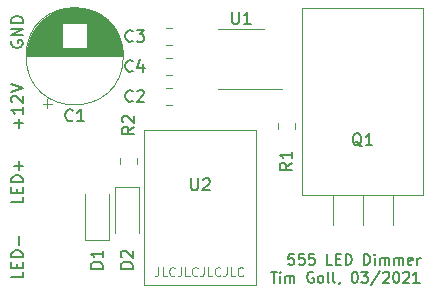
<source format=gbr>
%TF.GenerationSoftware,KiCad,Pcbnew,(5.1.6)-1*%
%TF.CreationDate,2021-04-07T17:53:43+02:00*%
%TF.ProjectId,led_dimmer,6c65645f-6469-46d6-9d65-722e6b696361,rev?*%
%TF.SameCoordinates,Original*%
%TF.FileFunction,Legend,Top*%
%TF.FilePolarity,Positive*%
%FSLAX46Y46*%
G04 Gerber Fmt 4.6, Leading zero omitted, Abs format (unit mm)*
G04 Created by KiCad (PCBNEW (5.1.6)-1) date 2021-04-07 17:53:43*
%MOMM*%
%LPD*%
G01*
G04 APERTURE LIST*
%ADD10C,0.120000*%
%ADD11C,0.150000*%
G04 APERTURE END LIST*
D10*
X66260571Y-165959285D02*
X66260571Y-166495000D01*
X66224857Y-166602142D01*
X66153428Y-166673571D01*
X66046285Y-166709285D01*
X65974857Y-166709285D01*
X66974857Y-166709285D02*
X66617714Y-166709285D01*
X66617714Y-165959285D01*
X67653428Y-166637857D02*
X67617714Y-166673571D01*
X67510571Y-166709285D01*
X67439142Y-166709285D01*
X67332000Y-166673571D01*
X67260571Y-166602142D01*
X67224857Y-166530714D01*
X67189142Y-166387857D01*
X67189142Y-166280714D01*
X67224857Y-166137857D01*
X67260571Y-166066428D01*
X67332000Y-165995000D01*
X67439142Y-165959285D01*
X67510571Y-165959285D01*
X67617714Y-165995000D01*
X67653428Y-166030714D01*
X68189142Y-165959285D02*
X68189142Y-166495000D01*
X68153428Y-166602142D01*
X68082000Y-166673571D01*
X67974857Y-166709285D01*
X67903428Y-166709285D01*
X68903428Y-166709285D02*
X68546285Y-166709285D01*
X68546285Y-165959285D01*
X69582000Y-166637857D02*
X69546285Y-166673571D01*
X69439142Y-166709285D01*
X69367714Y-166709285D01*
X69260571Y-166673571D01*
X69189142Y-166602142D01*
X69153428Y-166530714D01*
X69117714Y-166387857D01*
X69117714Y-166280714D01*
X69153428Y-166137857D01*
X69189142Y-166066428D01*
X69260571Y-165995000D01*
X69367714Y-165959285D01*
X69439142Y-165959285D01*
X69546285Y-165995000D01*
X69582000Y-166030714D01*
X70117714Y-165959285D02*
X70117714Y-166495000D01*
X70082000Y-166602142D01*
X70010571Y-166673571D01*
X69903428Y-166709285D01*
X69832000Y-166709285D01*
X70832000Y-166709285D02*
X70474857Y-166709285D01*
X70474857Y-165959285D01*
X71510571Y-166637857D02*
X71474857Y-166673571D01*
X71367714Y-166709285D01*
X71296285Y-166709285D01*
X71189142Y-166673571D01*
X71117714Y-166602142D01*
X71082000Y-166530714D01*
X71046285Y-166387857D01*
X71046285Y-166280714D01*
X71082000Y-166137857D01*
X71117714Y-166066428D01*
X71189142Y-165995000D01*
X71296285Y-165959285D01*
X71367714Y-165959285D01*
X71474857Y-165995000D01*
X71510571Y-166030714D01*
X72046285Y-165959285D02*
X72046285Y-166495000D01*
X72010571Y-166602142D01*
X71939142Y-166673571D01*
X71832000Y-166709285D01*
X71760571Y-166709285D01*
X72760571Y-166709285D02*
X72403428Y-166709285D01*
X72403428Y-165959285D01*
X73439142Y-166637857D02*
X73403428Y-166673571D01*
X73296285Y-166709285D01*
X73224857Y-166709285D01*
X73117714Y-166673571D01*
X73046285Y-166602142D01*
X73010571Y-166530714D01*
X72974857Y-166387857D01*
X72974857Y-166280714D01*
X73010571Y-166137857D01*
X73046285Y-166066428D01*
X73117714Y-165995000D01*
X73224857Y-165959285D01*
X73296285Y-165959285D01*
X73403428Y-165995000D01*
X73439142Y-166030714D01*
D11*
X77748500Y-164873142D02*
X77319928Y-164873142D01*
X77277071Y-165301714D01*
X77319928Y-165258857D01*
X77405642Y-165216000D01*
X77619928Y-165216000D01*
X77705642Y-165258857D01*
X77748500Y-165301714D01*
X77791357Y-165387428D01*
X77791357Y-165601714D01*
X77748500Y-165687428D01*
X77705642Y-165730285D01*
X77619928Y-165773142D01*
X77405642Y-165773142D01*
X77319928Y-165730285D01*
X77277071Y-165687428D01*
X78605642Y-164873142D02*
X78177071Y-164873142D01*
X78134214Y-165301714D01*
X78177071Y-165258857D01*
X78262785Y-165216000D01*
X78477071Y-165216000D01*
X78562785Y-165258857D01*
X78605642Y-165301714D01*
X78648500Y-165387428D01*
X78648500Y-165601714D01*
X78605642Y-165687428D01*
X78562785Y-165730285D01*
X78477071Y-165773142D01*
X78262785Y-165773142D01*
X78177071Y-165730285D01*
X78134214Y-165687428D01*
X79462785Y-164873142D02*
X79034214Y-164873142D01*
X78991357Y-165301714D01*
X79034214Y-165258857D01*
X79119928Y-165216000D01*
X79334214Y-165216000D01*
X79419928Y-165258857D01*
X79462785Y-165301714D01*
X79505642Y-165387428D01*
X79505642Y-165601714D01*
X79462785Y-165687428D01*
X79419928Y-165730285D01*
X79334214Y-165773142D01*
X79119928Y-165773142D01*
X79034214Y-165730285D01*
X78991357Y-165687428D01*
X81005642Y-165773142D02*
X80577071Y-165773142D01*
X80577071Y-164873142D01*
X81305642Y-165301714D02*
X81605642Y-165301714D01*
X81734214Y-165773142D02*
X81305642Y-165773142D01*
X81305642Y-164873142D01*
X81734214Y-164873142D01*
X82119928Y-165773142D02*
X82119928Y-164873142D01*
X82334214Y-164873142D01*
X82462785Y-164916000D01*
X82548500Y-165001714D01*
X82591357Y-165087428D01*
X82634214Y-165258857D01*
X82634214Y-165387428D01*
X82591357Y-165558857D01*
X82548500Y-165644571D01*
X82462785Y-165730285D01*
X82334214Y-165773142D01*
X82119928Y-165773142D01*
X83705642Y-165773142D02*
X83705642Y-164873142D01*
X83919928Y-164873142D01*
X84048500Y-164916000D01*
X84134214Y-165001714D01*
X84177071Y-165087428D01*
X84219928Y-165258857D01*
X84219928Y-165387428D01*
X84177071Y-165558857D01*
X84134214Y-165644571D01*
X84048500Y-165730285D01*
X83919928Y-165773142D01*
X83705642Y-165773142D01*
X84605642Y-165773142D02*
X84605642Y-165173142D01*
X84605642Y-164873142D02*
X84562785Y-164916000D01*
X84605642Y-164958857D01*
X84648500Y-164916000D01*
X84605642Y-164873142D01*
X84605642Y-164958857D01*
X85034214Y-165773142D02*
X85034214Y-165173142D01*
X85034214Y-165258857D02*
X85077071Y-165216000D01*
X85162785Y-165173142D01*
X85291357Y-165173142D01*
X85377071Y-165216000D01*
X85419928Y-165301714D01*
X85419928Y-165773142D01*
X85419928Y-165301714D02*
X85462785Y-165216000D01*
X85548500Y-165173142D01*
X85677071Y-165173142D01*
X85762785Y-165216000D01*
X85805642Y-165301714D01*
X85805642Y-165773142D01*
X86234214Y-165773142D02*
X86234214Y-165173142D01*
X86234214Y-165258857D02*
X86277071Y-165216000D01*
X86362785Y-165173142D01*
X86491357Y-165173142D01*
X86577071Y-165216000D01*
X86619928Y-165301714D01*
X86619928Y-165773142D01*
X86619928Y-165301714D02*
X86662785Y-165216000D01*
X86748500Y-165173142D01*
X86877071Y-165173142D01*
X86962785Y-165216000D01*
X87005642Y-165301714D01*
X87005642Y-165773142D01*
X87777071Y-165730285D02*
X87691357Y-165773142D01*
X87519928Y-165773142D01*
X87434214Y-165730285D01*
X87391357Y-165644571D01*
X87391357Y-165301714D01*
X87434214Y-165216000D01*
X87519928Y-165173142D01*
X87691357Y-165173142D01*
X87777071Y-165216000D01*
X87819928Y-165301714D01*
X87819928Y-165387428D01*
X87391357Y-165473142D01*
X88205642Y-165773142D02*
X88205642Y-165173142D01*
X88205642Y-165344571D02*
X88248500Y-165258857D01*
X88291357Y-165216000D01*
X88377071Y-165173142D01*
X88462785Y-165173142D01*
X75777071Y-166373142D02*
X76291357Y-166373142D01*
X76034214Y-167273142D02*
X76034214Y-166373142D01*
X76591357Y-167273142D02*
X76591357Y-166673142D01*
X76591357Y-166373142D02*
X76548500Y-166416000D01*
X76591357Y-166458857D01*
X76634214Y-166416000D01*
X76591357Y-166373142D01*
X76591357Y-166458857D01*
X77019928Y-167273142D02*
X77019928Y-166673142D01*
X77019928Y-166758857D02*
X77062785Y-166716000D01*
X77148500Y-166673142D01*
X77277071Y-166673142D01*
X77362785Y-166716000D01*
X77405642Y-166801714D01*
X77405642Y-167273142D01*
X77405642Y-166801714D02*
X77448500Y-166716000D01*
X77534214Y-166673142D01*
X77662785Y-166673142D01*
X77748500Y-166716000D01*
X77791357Y-166801714D01*
X77791357Y-167273142D01*
X79377071Y-166416000D02*
X79291357Y-166373142D01*
X79162785Y-166373142D01*
X79034214Y-166416000D01*
X78948500Y-166501714D01*
X78905642Y-166587428D01*
X78862785Y-166758857D01*
X78862785Y-166887428D01*
X78905642Y-167058857D01*
X78948500Y-167144571D01*
X79034214Y-167230285D01*
X79162785Y-167273142D01*
X79248500Y-167273142D01*
X79377071Y-167230285D01*
X79419928Y-167187428D01*
X79419928Y-166887428D01*
X79248500Y-166887428D01*
X79934214Y-167273142D02*
X79848500Y-167230285D01*
X79805642Y-167187428D01*
X79762785Y-167101714D01*
X79762785Y-166844571D01*
X79805642Y-166758857D01*
X79848500Y-166716000D01*
X79934214Y-166673142D01*
X80062785Y-166673142D01*
X80148500Y-166716000D01*
X80191357Y-166758857D01*
X80234214Y-166844571D01*
X80234214Y-167101714D01*
X80191357Y-167187428D01*
X80148500Y-167230285D01*
X80062785Y-167273142D01*
X79934214Y-167273142D01*
X80748500Y-167273142D02*
X80662785Y-167230285D01*
X80619928Y-167144571D01*
X80619928Y-166373142D01*
X81219928Y-167273142D02*
X81134214Y-167230285D01*
X81091357Y-167144571D01*
X81091357Y-166373142D01*
X81605642Y-167230285D02*
X81605642Y-167273142D01*
X81562785Y-167358857D01*
X81519928Y-167401714D01*
X82848500Y-166373142D02*
X82934214Y-166373142D01*
X83019928Y-166416000D01*
X83062785Y-166458857D01*
X83105642Y-166544571D01*
X83148500Y-166716000D01*
X83148500Y-166930285D01*
X83105642Y-167101714D01*
X83062785Y-167187428D01*
X83019928Y-167230285D01*
X82934214Y-167273142D01*
X82848500Y-167273142D01*
X82762785Y-167230285D01*
X82719928Y-167187428D01*
X82677071Y-167101714D01*
X82634214Y-166930285D01*
X82634214Y-166716000D01*
X82677071Y-166544571D01*
X82719928Y-166458857D01*
X82762785Y-166416000D01*
X82848500Y-166373142D01*
X83448500Y-166373142D02*
X84005642Y-166373142D01*
X83705642Y-166716000D01*
X83834214Y-166716000D01*
X83919928Y-166758857D01*
X83962785Y-166801714D01*
X84005642Y-166887428D01*
X84005642Y-167101714D01*
X83962785Y-167187428D01*
X83919928Y-167230285D01*
X83834214Y-167273142D01*
X83577071Y-167273142D01*
X83491357Y-167230285D01*
X83448500Y-167187428D01*
X85034214Y-166330285D02*
X84262785Y-167487428D01*
X85291357Y-166458857D02*
X85334214Y-166416000D01*
X85419928Y-166373142D01*
X85634214Y-166373142D01*
X85719928Y-166416000D01*
X85762785Y-166458857D01*
X85805642Y-166544571D01*
X85805642Y-166630285D01*
X85762785Y-166758857D01*
X85248500Y-167273142D01*
X85805642Y-167273142D01*
X86362785Y-166373142D02*
X86448500Y-166373142D01*
X86534214Y-166416000D01*
X86577071Y-166458857D01*
X86619928Y-166544571D01*
X86662785Y-166716000D01*
X86662785Y-166930285D01*
X86619928Y-167101714D01*
X86577071Y-167187428D01*
X86534214Y-167230285D01*
X86448500Y-167273142D01*
X86362785Y-167273142D01*
X86277071Y-167230285D01*
X86234214Y-167187428D01*
X86191357Y-167101714D01*
X86148500Y-166930285D01*
X86148500Y-166716000D01*
X86191357Y-166544571D01*
X86234214Y-166458857D01*
X86277071Y-166416000D01*
X86362785Y-166373142D01*
X87005642Y-166458857D02*
X87048500Y-166416000D01*
X87134214Y-166373142D01*
X87348500Y-166373142D01*
X87434214Y-166416000D01*
X87477071Y-166458857D01*
X87519928Y-166544571D01*
X87519928Y-166630285D01*
X87477071Y-166758857D01*
X86962785Y-167273142D01*
X87519928Y-167273142D01*
X88377071Y-167273142D02*
X87862785Y-167273142D01*
X88119928Y-167273142D02*
X88119928Y-166373142D01*
X88034214Y-166501714D01*
X87948500Y-166587428D01*
X87862785Y-166630285D01*
D10*
%TO.C,U1*%
X73279000Y-145776000D02*
X71329000Y-145776000D01*
X73279000Y-145776000D02*
X75229000Y-145776000D01*
X73279000Y-150896000D02*
X71329000Y-150896000D01*
X73279000Y-150896000D02*
X76729000Y-150896000D01*
%TO.C,C1*%
X63302000Y-148110000D02*
G75*
G03*
X63302000Y-148110000I-4120000J0D01*
G01*
X55102000Y-148110000D02*
X63262000Y-148110000D01*
X55102000Y-148070000D02*
X63262000Y-148070000D01*
X55102000Y-148030000D02*
X63262000Y-148030000D01*
X55103000Y-147990000D02*
X63261000Y-147990000D01*
X55105000Y-147950000D02*
X63259000Y-147950000D01*
X55106000Y-147910000D02*
X63258000Y-147910000D01*
X55108000Y-147870000D02*
X63256000Y-147870000D01*
X55111000Y-147830000D02*
X63253000Y-147830000D01*
X55114000Y-147790000D02*
X63250000Y-147790000D01*
X55117000Y-147750000D02*
X63247000Y-147750000D01*
X55121000Y-147710000D02*
X63243000Y-147710000D01*
X55125000Y-147670000D02*
X63239000Y-147670000D01*
X55130000Y-147630000D02*
X63234000Y-147630000D01*
X55134000Y-147590000D02*
X63230000Y-147590000D01*
X55140000Y-147550000D02*
X63224000Y-147550000D01*
X55145000Y-147510000D02*
X63219000Y-147510000D01*
X55152000Y-147470000D02*
X63212000Y-147470000D01*
X55158000Y-147430000D02*
X63206000Y-147430000D01*
X55165000Y-147389000D02*
X58142000Y-147389000D01*
X60222000Y-147389000D02*
X63199000Y-147389000D01*
X55172000Y-147349000D02*
X58142000Y-147349000D01*
X60222000Y-147349000D02*
X63192000Y-147349000D01*
X55180000Y-147309000D02*
X58142000Y-147309000D01*
X60222000Y-147309000D02*
X63184000Y-147309000D01*
X55188000Y-147269000D02*
X58142000Y-147269000D01*
X60222000Y-147269000D02*
X63176000Y-147269000D01*
X55197000Y-147229000D02*
X58142000Y-147229000D01*
X60222000Y-147229000D02*
X63167000Y-147229000D01*
X55206000Y-147189000D02*
X58142000Y-147189000D01*
X60222000Y-147189000D02*
X63158000Y-147189000D01*
X55215000Y-147149000D02*
X58142000Y-147149000D01*
X60222000Y-147149000D02*
X63149000Y-147149000D01*
X55225000Y-147109000D02*
X58142000Y-147109000D01*
X60222000Y-147109000D02*
X63139000Y-147109000D01*
X55235000Y-147069000D02*
X58142000Y-147069000D01*
X60222000Y-147069000D02*
X63129000Y-147069000D01*
X55246000Y-147029000D02*
X58142000Y-147029000D01*
X60222000Y-147029000D02*
X63118000Y-147029000D01*
X55257000Y-146989000D02*
X58142000Y-146989000D01*
X60222000Y-146989000D02*
X63107000Y-146989000D01*
X55268000Y-146949000D02*
X58142000Y-146949000D01*
X60222000Y-146949000D02*
X63096000Y-146949000D01*
X55280000Y-146909000D02*
X58142000Y-146909000D01*
X60222000Y-146909000D02*
X63084000Y-146909000D01*
X55293000Y-146869000D02*
X58142000Y-146869000D01*
X60222000Y-146869000D02*
X63071000Y-146869000D01*
X55305000Y-146829000D02*
X58142000Y-146829000D01*
X60222000Y-146829000D02*
X63059000Y-146829000D01*
X55319000Y-146789000D02*
X58142000Y-146789000D01*
X60222000Y-146789000D02*
X63045000Y-146789000D01*
X55332000Y-146749000D02*
X58142000Y-146749000D01*
X60222000Y-146749000D02*
X63032000Y-146749000D01*
X55347000Y-146709000D02*
X58142000Y-146709000D01*
X60222000Y-146709000D02*
X63017000Y-146709000D01*
X55361000Y-146669000D02*
X58142000Y-146669000D01*
X60222000Y-146669000D02*
X63003000Y-146669000D01*
X55377000Y-146629000D02*
X58142000Y-146629000D01*
X60222000Y-146629000D02*
X62987000Y-146629000D01*
X55392000Y-146589000D02*
X58142000Y-146589000D01*
X60222000Y-146589000D02*
X62972000Y-146589000D01*
X55408000Y-146549000D02*
X58142000Y-146549000D01*
X60222000Y-146549000D02*
X62956000Y-146549000D01*
X55425000Y-146509000D02*
X58142000Y-146509000D01*
X60222000Y-146509000D02*
X62939000Y-146509000D01*
X55442000Y-146469000D02*
X58142000Y-146469000D01*
X60222000Y-146469000D02*
X62922000Y-146469000D01*
X55460000Y-146429000D02*
X58142000Y-146429000D01*
X60222000Y-146429000D02*
X62904000Y-146429000D01*
X55478000Y-146389000D02*
X58142000Y-146389000D01*
X60222000Y-146389000D02*
X62886000Y-146389000D01*
X55496000Y-146349000D02*
X58142000Y-146349000D01*
X60222000Y-146349000D02*
X62868000Y-146349000D01*
X55516000Y-146309000D02*
X58142000Y-146309000D01*
X60222000Y-146309000D02*
X62848000Y-146309000D01*
X55535000Y-146269000D02*
X58142000Y-146269000D01*
X60222000Y-146269000D02*
X62829000Y-146269000D01*
X55555000Y-146229000D02*
X58142000Y-146229000D01*
X60222000Y-146229000D02*
X62809000Y-146229000D01*
X55576000Y-146189000D02*
X58142000Y-146189000D01*
X60222000Y-146189000D02*
X62788000Y-146189000D01*
X55598000Y-146149000D02*
X58142000Y-146149000D01*
X60222000Y-146149000D02*
X62766000Y-146149000D01*
X55620000Y-146109000D02*
X58142000Y-146109000D01*
X60222000Y-146109000D02*
X62744000Y-146109000D01*
X55642000Y-146069000D02*
X58142000Y-146069000D01*
X60222000Y-146069000D02*
X62722000Y-146069000D01*
X55665000Y-146029000D02*
X58142000Y-146029000D01*
X60222000Y-146029000D02*
X62699000Y-146029000D01*
X55689000Y-145989000D02*
X58142000Y-145989000D01*
X60222000Y-145989000D02*
X62675000Y-145989000D01*
X55713000Y-145949000D02*
X58142000Y-145949000D01*
X60222000Y-145949000D02*
X62651000Y-145949000D01*
X55738000Y-145909000D02*
X58142000Y-145909000D01*
X60222000Y-145909000D02*
X62626000Y-145909000D01*
X55764000Y-145869000D02*
X58142000Y-145869000D01*
X60222000Y-145869000D02*
X62600000Y-145869000D01*
X55790000Y-145829000D02*
X58142000Y-145829000D01*
X60222000Y-145829000D02*
X62574000Y-145829000D01*
X55817000Y-145789000D02*
X58142000Y-145789000D01*
X60222000Y-145789000D02*
X62547000Y-145789000D01*
X55844000Y-145749000D02*
X58142000Y-145749000D01*
X60222000Y-145749000D02*
X62520000Y-145749000D01*
X55873000Y-145709000D02*
X58142000Y-145709000D01*
X60222000Y-145709000D02*
X62491000Y-145709000D01*
X55902000Y-145669000D02*
X58142000Y-145669000D01*
X60222000Y-145669000D02*
X62462000Y-145669000D01*
X55932000Y-145629000D02*
X58142000Y-145629000D01*
X60222000Y-145629000D02*
X62432000Y-145629000D01*
X55962000Y-145589000D02*
X58142000Y-145589000D01*
X60222000Y-145589000D02*
X62402000Y-145589000D01*
X55993000Y-145549000D02*
X58142000Y-145549000D01*
X60222000Y-145549000D02*
X62371000Y-145549000D01*
X56026000Y-145509000D02*
X58142000Y-145509000D01*
X60222000Y-145509000D02*
X62338000Y-145509000D01*
X56058000Y-145469000D02*
X58142000Y-145469000D01*
X60222000Y-145469000D02*
X62306000Y-145469000D01*
X56092000Y-145429000D02*
X58142000Y-145429000D01*
X60222000Y-145429000D02*
X62272000Y-145429000D01*
X56127000Y-145389000D02*
X58142000Y-145389000D01*
X60222000Y-145389000D02*
X62237000Y-145389000D01*
X56163000Y-145349000D02*
X58142000Y-145349000D01*
X60222000Y-145349000D02*
X62201000Y-145349000D01*
X56199000Y-145309000D02*
X62165000Y-145309000D01*
X56237000Y-145269000D02*
X62127000Y-145269000D01*
X56275000Y-145229000D02*
X62089000Y-145229000D01*
X56315000Y-145189000D02*
X62049000Y-145189000D01*
X56356000Y-145149000D02*
X62008000Y-145149000D01*
X56398000Y-145109000D02*
X61966000Y-145109000D01*
X56441000Y-145069000D02*
X61923000Y-145069000D01*
X56485000Y-145029000D02*
X61879000Y-145029000D01*
X56531000Y-144989000D02*
X61833000Y-144989000D01*
X56578000Y-144949000D02*
X61786000Y-144949000D01*
X56626000Y-144909000D02*
X61738000Y-144909000D01*
X56677000Y-144869000D02*
X61687000Y-144869000D01*
X56728000Y-144829000D02*
X61636000Y-144829000D01*
X56782000Y-144789000D02*
X61582000Y-144789000D01*
X56837000Y-144749000D02*
X61527000Y-144749000D01*
X56895000Y-144709000D02*
X61469000Y-144709000D01*
X56954000Y-144669000D02*
X61410000Y-144669000D01*
X57016000Y-144629000D02*
X61348000Y-144629000D01*
X57080000Y-144589000D02*
X61284000Y-144589000D01*
X57148000Y-144549000D02*
X61216000Y-144549000D01*
X57218000Y-144509000D02*
X61146000Y-144509000D01*
X57292000Y-144469000D02*
X61072000Y-144469000D01*
X57369000Y-144429000D02*
X60995000Y-144429000D01*
X57451000Y-144389000D02*
X60913000Y-144389000D01*
X57537000Y-144349000D02*
X60827000Y-144349000D01*
X57630000Y-144309000D02*
X60734000Y-144309000D01*
X57729000Y-144269000D02*
X60635000Y-144269000D01*
X57836000Y-144229000D02*
X60528000Y-144229000D01*
X57953000Y-144189000D02*
X60411000Y-144189000D01*
X58084000Y-144149000D02*
X60280000Y-144149000D01*
X58234000Y-144109000D02*
X60130000Y-144109000D01*
X58414000Y-144069000D02*
X59950000Y-144069000D01*
X58649000Y-144029000D02*
X59715000Y-144029000D01*
X56867000Y-152519698D02*
X56867000Y-151719698D01*
X56467000Y-152119698D02*
X57267000Y-152119698D01*
%TO.C,C2*%
X67453252Y-152221000D02*
X66930748Y-152221000D01*
X67453252Y-150801000D02*
X66930748Y-150801000D01*
%TO.C,C3*%
X67453252Y-145721000D02*
X66930748Y-145721000D01*
X67453252Y-147141000D02*
X66930748Y-147141000D01*
%TO.C,C4*%
X67453252Y-149681000D02*
X66930748Y-149681000D01*
X67453252Y-148261000D02*
X66930748Y-148261000D01*
%TO.C,D1*%
X60087000Y-163668000D02*
X60087000Y-159768000D01*
X62087000Y-163668000D02*
X62087000Y-159768000D01*
X60087000Y-163668000D02*
X62087000Y-163668000D01*
%TO.C,D2*%
X64627000Y-159168000D02*
X62627000Y-159168000D01*
X62627000Y-159168000D02*
X62627000Y-163068000D01*
X64627000Y-159168000D02*
X64627000Y-163068000D01*
%TO.C,Q1*%
X78446000Y-159886000D02*
X88686000Y-159886000D01*
X78446000Y-143996000D02*
X88686000Y-143996000D01*
X78446000Y-143996000D02*
X78446000Y-159886000D01*
X88686000Y-143996000D02*
X88686000Y-159886000D01*
X81026000Y-159886000D02*
X81026000Y-162426000D01*
X83566000Y-159886000D02*
X83566000Y-162426000D01*
X86106000Y-159886000D02*
X86106000Y-162426000D01*
%TO.C,R1*%
X77799000Y-154303252D02*
X77799000Y-153780748D01*
X76379000Y-154303252D02*
X76379000Y-153780748D01*
%TO.C,R2*%
X64464000Y-156701748D02*
X64464000Y-157224252D01*
X63044000Y-156701748D02*
X63044000Y-157224252D01*
%TO.C,U2*%
X74560000Y-154360000D02*
X65060000Y-154360000D01*
X65060000Y-154360000D02*
X65060000Y-167460000D01*
X65060000Y-167460000D02*
X74560000Y-167460000D01*
X74560000Y-167460000D02*
X74560000Y-154360000D01*
%TO.C,U1*%
D11*
X72517095Y-144359380D02*
X72517095Y-145168904D01*
X72564714Y-145264142D01*
X72612333Y-145311761D01*
X72707571Y-145359380D01*
X72898047Y-145359380D01*
X72993285Y-145311761D01*
X73040904Y-145264142D01*
X73088523Y-145168904D01*
X73088523Y-144359380D01*
X74088523Y-145359380D02*
X73517095Y-145359380D01*
X73802809Y-145359380D02*
X73802809Y-144359380D01*
X73707571Y-144502238D01*
X73612333Y-144597476D01*
X73517095Y-144645095D01*
%TO.C,C1*%
X59015333Y-153519142D02*
X58967714Y-153566761D01*
X58824857Y-153614380D01*
X58729619Y-153614380D01*
X58586761Y-153566761D01*
X58491523Y-153471523D01*
X58443904Y-153376285D01*
X58396285Y-153185809D01*
X58396285Y-153042952D01*
X58443904Y-152852476D01*
X58491523Y-152757238D01*
X58586761Y-152662000D01*
X58729619Y-152614380D01*
X58824857Y-152614380D01*
X58967714Y-152662000D01*
X59015333Y-152709619D01*
X59967714Y-153614380D02*
X59396285Y-153614380D01*
X59682000Y-153614380D02*
X59682000Y-152614380D01*
X59586761Y-152757238D01*
X59491523Y-152852476D01*
X59396285Y-152900095D01*
%TO.C,C2*%
X64095333Y-151868142D02*
X64047714Y-151915761D01*
X63904857Y-151963380D01*
X63809619Y-151963380D01*
X63666761Y-151915761D01*
X63571523Y-151820523D01*
X63523904Y-151725285D01*
X63476285Y-151534809D01*
X63476285Y-151391952D01*
X63523904Y-151201476D01*
X63571523Y-151106238D01*
X63666761Y-151011000D01*
X63809619Y-150963380D01*
X63904857Y-150963380D01*
X64047714Y-151011000D01*
X64095333Y-151058619D01*
X64476285Y-151058619D02*
X64523904Y-151011000D01*
X64619142Y-150963380D01*
X64857238Y-150963380D01*
X64952476Y-151011000D01*
X65000095Y-151058619D01*
X65047714Y-151153857D01*
X65047714Y-151249095D01*
X65000095Y-151391952D01*
X64428666Y-151963380D01*
X65047714Y-151963380D01*
%TO.C,C3*%
X64095333Y-146788142D02*
X64047714Y-146835761D01*
X63904857Y-146883380D01*
X63809619Y-146883380D01*
X63666761Y-146835761D01*
X63571523Y-146740523D01*
X63523904Y-146645285D01*
X63476285Y-146454809D01*
X63476285Y-146311952D01*
X63523904Y-146121476D01*
X63571523Y-146026238D01*
X63666761Y-145931000D01*
X63809619Y-145883380D01*
X63904857Y-145883380D01*
X64047714Y-145931000D01*
X64095333Y-145978619D01*
X64428666Y-145883380D02*
X65047714Y-145883380D01*
X64714380Y-146264333D01*
X64857238Y-146264333D01*
X64952476Y-146311952D01*
X65000095Y-146359571D01*
X65047714Y-146454809D01*
X65047714Y-146692904D01*
X65000095Y-146788142D01*
X64952476Y-146835761D01*
X64857238Y-146883380D01*
X64571523Y-146883380D01*
X64476285Y-146835761D01*
X64428666Y-146788142D01*
%TO.C,C4*%
X64095333Y-149328142D02*
X64047714Y-149375761D01*
X63904857Y-149423380D01*
X63809619Y-149423380D01*
X63666761Y-149375761D01*
X63571523Y-149280523D01*
X63523904Y-149185285D01*
X63476285Y-148994809D01*
X63476285Y-148851952D01*
X63523904Y-148661476D01*
X63571523Y-148566238D01*
X63666761Y-148471000D01*
X63809619Y-148423380D01*
X63904857Y-148423380D01*
X64047714Y-148471000D01*
X64095333Y-148518619D01*
X64952476Y-148756714D02*
X64952476Y-149423380D01*
X64714380Y-148375761D02*
X64476285Y-149090047D01*
X65095333Y-149090047D01*
%TO.C,D1*%
X61539380Y-166092095D02*
X60539380Y-166092095D01*
X60539380Y-165854000D01*
X60587000Y-165711142D01*
X60682238Y-165615904D01*
X60777476Y-165568285D01*
X60967952Y-165520666D01*
X61110809Y-165520666D01*
X61301285Y-165568285D01*
X61396523Y-165615904D01*
X61491761Y-165711142D01*
X61539380Y-165854000D01*
X61539380Y-166092095D01*
X61539380Y-164568285D02*
X61539380Y-165139714D01*
X61539380Y-164854000D02*
X60539380Y-164854000D01*
X60682238Y-164949238D01*
X60777476Y-165044476D01*
X60825095Y-165139714D01*
%TO.C,D2*%
X64079380Y-166092095D02*
X63079380Y-166092095D01*
X63079380Y-165854000D01*
X63127000Y-165711142D01*
X63222238Y-165615904D01*
X63317476Y-165568285D01*
X63507952Y-165520666D01*
X63650809Y-165520666D01*
X63841285Y-165568285D01*
X63936523Y-165615904D01*
X64031761Y-165711142D01*
X64079380Y-165854000D01*
X64079380Y-166092095D01*
X63174619Y-165139714D02*
X63127000Y-165092095D01*
X63079380Y-164996857D01*
X63079380Y-164758761D01*
X63127000Y-164663523D01*
X63174619Y-164615904D01*
X63269857Y-164568285D01*
X63365095Y-164568285D01*
X63507952Y-164615904D01*
X64079380Y-165187333D01*
X64079380Y-164568285D01*
%TO.C,+12V*%
X54427428Y-154161904D02*
X54427428Y-153400000D01*
X54808380Y-153780952D02*
X54046476Y-153780952D01*
X54808380Y-152400000D02*
X54808380Y-152971428D01*
X54808380Y-152685714D02*
X53808380Y-152685714D01*
X53951238Y-152780952D01*
X54046476Y-152876190D01*
X54094095Y-152971428D01*
X53903619Y-152019047D02*
X53856000Y-151971428D01*
X53808380Y-151876190D01*
X53808380Y-151638095D01*
X53856000Y-151542857D01*
X53903619Y-151495238D01*
X53998857Y-151447619D01*
X54094095Y-151447619D01*
X54236952Y-151495238D01*
X54808380Y-152066666D01*
X54808380Y-151447619D01*
X53808380Y-151161904D02*
X54808380Y-150828571D01*
X53808380Y-150495238D01*
%TO.C,GND*%
X53856000Y-146811904D02*
X53808380Y-146907142D01*
X53808380Y-147050000D01*
X53856000Y-147192857D01*
X53951238Y-147288095D01*
X54046476Y-147335714D01*
X54236952Y-147383333D01*
X54379809Y-147383333D01*
X54570285Y-147335714D01*
X54665523Y-147288095D01*
X54760761Y-147192857D01*
X54808380Y-147050000D01*
X54808380Y-146954761D01*
X54760761Y-146811904D01*
X54713142Y-146764285D01*
X54379809Y-146764285D01*
X54379809Y-146954761D01*
X54808380Y-146335714D02*
X53808380Y-146335714D01*
X54808380Y-145764285D01*
X53808380Y-145764285D01*
X54808380Y-145288095D02*
X53808380Y-145288095D01*
X53808380Y-145050000D01*
X53856000Y-144907142D01*
X53951238Y-144811904D01*
X54046476Y-144764285D01*
X54236952Y-144716666D01*
X54379809Y-144716666D01*
X54570285Y-144764285D01*
X54665523Y-144811904D01*
X54760761Y-144907142D01*
X54808380Y-145050000D01*
X54808380Y-145288095D01*
%TO.C,LED+*%
X54808380Y-160011904D02*
X54808380Y-160488095D01*
X53808380Y-160488095D01*
X54284571Y-159678571D02*
X54284571Y-159345238D01*
X54808380Y-159202380D02*
X54808380Y-159678571D01*
X53808380Y-159678571D01*
X53808380Y-159202380D01*
X54808380Y-158773809D02*
X53808380Y-158773809D01*
X53808380Y-158535714D01*
X53856000Y-158392857D01*
X53951238Y-158297619D01*
X54046476Y-158250000D01*
X54236952Y-158202380D01*
X54379809Y-158202380D01*
X54570285Y-158250000D01*
X54665523Y-158297619D01*
X54760761Y-158392857D01*
X54808380Y-158535714D01*
X54808380Y-158773809D01*
X54427428Y-157773809D02*
X54427428Y-157011904D01*
X54808380Y-157392857D02*
X54046476Y-157392857D01*
%TO.C,LED-*%
X54808380Y-166361904D02*
X54808380Y-166838095D01*
X53808380Y-166838095D01*
X54284571Y-166028571D02*
X54284571Y-165695238D01*
X54808380Y-165552380D02*
X54808380Y-166028571D01*
X53808380Y-166028571D01*
X53808380Y-165552380D01*
X54808380Y-165123809D02*
X53808380Y-165123809D01*
X53808380Y-164885714D01*
X53856000Y-164742857D01*
X53951238Y-164647619D01*
X54046476Y-164600000D01*
X54236952Y-164552380D01*
X54379809Y-164552380D01*
X54570285Y-164600000D01*
X54665523Y-164647619D01*
X54760761Y-164742857D01*
X54808380Y-164885714D01*
X54808380Y-165123809D01*
X54427428Y-164123809D02*
X54427428Y-163361904D01*
%TO.C,Q1*%
X83470761Y-155741619D02*
X83375523Y-155694000D01*
X83280285Y-155598761D01*
X83137428Y-155455904D01*
X83042190Y-155408285D01*
X82946952Y-155408285D01*
X82994571Y-155646380D02*
X82899333Y-155598761D01*
X82804095Y-155503523D01*
X82756476Y-155313047D01*
X82756476Y-154979714D01*
X82804095Y-154789238D01*
X82899333Y-154694000D01*
X82994571Y-154646380D01*
X83185047Y-154646380D01*
X83280285Y-154694000D01*
X83375523Y-154789238D01*
X83423142Y-154979714D01*
X83423142Y-155313047D01*
X83375523Y-155503523D01*
X83280285Y-155598761D01*
X83185047Y-155646380D01*
X82994571Y-155646380D01*
X84375523Y-155646380D02*
X83804095Y-155646380D01*
X84089809Y-155646380D02*
X84089809Y-154646380D01*
X83994571Y-154789238D01*
X83899333Y-154884476D01*
X83804095Y-154932095D01*
%TO.C,R1*%
X77541380Y-157138666D02*
X77065190Y-157472000D01*
X77541380Y-157710095D02*
X76541380Y-157710095D01*
X76541380Y-157329142D01*
X76589000Y-157233904D01*
X76636619Y-157186285D01*
X76731857Y-157138666D01*
X76874714Y-157138666D01*
X76969952Y-157186285D01*
X77017571Y-157233904D01*
X77065190Y-157329142D01*
X77065190Y-157710095D01*
X77541380Y-156186285D02*
X77541380Y-156757714D01*
X77541380Y-156472000D02*
X76541380Y-156472000D01*
X76684238Y-156567238D01*
X76779476Y-156662476D01*
X76827095Y-156757714D01*
%TO.C,R2*%
X64206380Y-154090666D02*
X63730190Y-154424000D01*
X64206380Y-154662095D02*
X63206380Y-154662095D01*
X63206380Y-154281142D01*
X63254000Y-154185904D01*
X63301619Y-154138285D01*
X63396857Y-154090666D01*
X63539714Y-154090666D01*
X63634952Y-154138285D01*
X63682571Y-154185904D01*
X63730190Y-154281142D01*
X63730190Y-154662095D01*
X63301619Y-153709714D02*
X63254000Y-153662095D01*
X63206380Y-153566857D01*
X63206380Y-153328761D01*
X63254000Y-153233523D01*
X63301619Y-153185904D01*
X63396857Y-153138285D01*
X63492095Y-153138285D01*
X63634952Y-153185904D01*
X64206380Y-153757333D01*
X64206380Y-153138285D01*
%TO.C,U2*%
X69048095Y-158456380D02*
X69048095Y-159265904D01*
X69095714Y-159361142D01*
X69143333Y-159408761D01*
X69238571Y-159456380D01*
X69429047Y-159456380D01*
X69524285Y-159408761D01*
X69571904Y-159361142D01*
X69619523Y-159265904D01*
X69619523Y-158456380D01*
X70048095Y-158551619D02*
X70095714Y-158504000D01*
X70190952Y-158456380D01*
X70429047Y-158456380D01*
X70524285Y-158504000D01*
X70571904Y-158551619D01*
X70619523Y-158646857D01*
X70619523Y-158742095D01*
X70571904Y-158884952D01*
X70000476Y-159456380D01*
X70619523Y-159456380D01*
%TD*%
M02*

</source>
